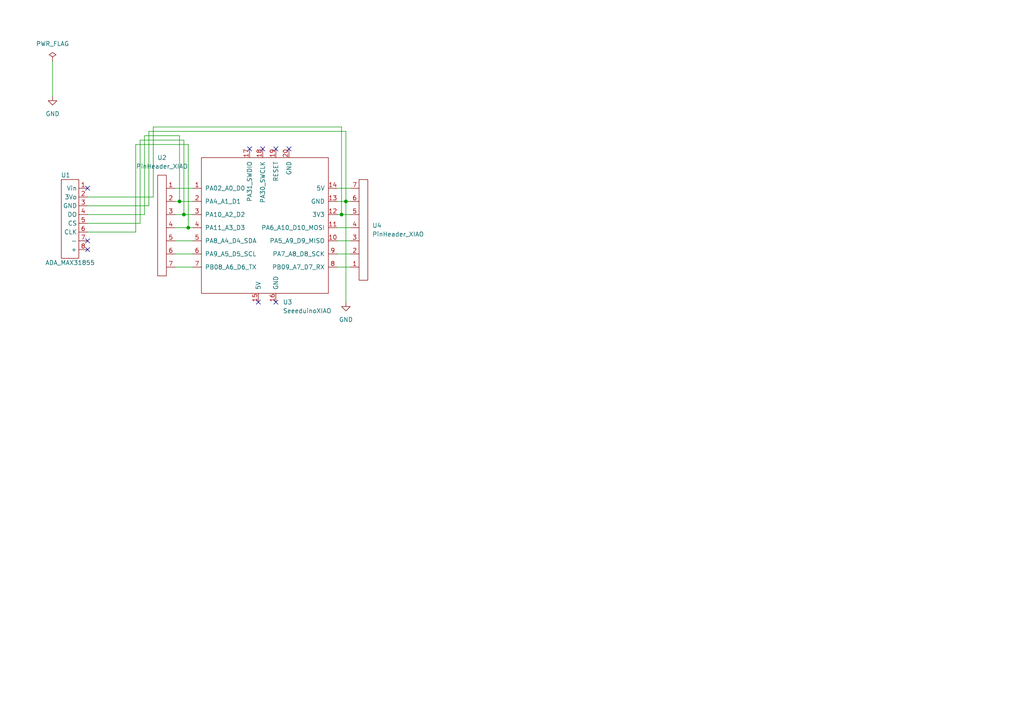
<source format=kicad_sch>
(kicad_sch (version 20211123) (generator eeschema)
  (paper "A4")
  (lib_symbols
    (symbol "KICAD_MYLIB:ADA_MAX31855"
      (property "Reference" "U" (at 1.27 24.13 0))
      (property "Value" "ADA_MAX31855" (at 2.54 -1.27 0))
      (symbol "ADA_MAX31855_0_1"
        (rectangle (start 0 22.86) (end 5.08 0))
      )
      (symbol "ADA_MAX31855_1_1"
        (pin power_in line (at 7.62 20.32 180) (length 2.54) (name "Vin") (number "1"))
        (pin power_in line (at 7.62 17.78 180) (length 2.54) (name "3Vo") (number "2"))
        (pin power_in line (at 7.62 15.24 180) (length 2.54) (name "GND") (number "3"))
        (pin input line (at 7.62 12.7 180) (length 2.54) (name "DO") (number "4"))
        (pin input line (at 7.62 10.16 180) (length 2.54) (name "CS") (number "5"))
        (pin input line (at 7.62 7.62 180) (length 2.54) (name "CLK") (number "6"))
        (pin input line (at 7.62 5.08 180) (length 2.54) (name "-") (number "7"))
        (pin input line (at 7.62 2.54 180) (length 2.54) (name "+") (number "8"))
      )
    )
    (symbol "KICAD_MYLIB:PinHeader_XIAO" (pin_names (offset 1.016))
      (property "Reference" "U" (at 1.27 31.75 0))
      (property "Value" "PinHeader_XIAO" (at 1.27 30.48 0))
      (symbol "PinHeader_XIAO_0_1"
        (rectangle (start 0 29.21) (end 2.54 0))
      )
      (symbol "PinHeader_XIAO_1_1"
        (pin input line (at -2.54 3.81 0) (length 2.54) (name "~") (number "1"))
        (pin input line (at -2.54 7.62 0) (length 2.54) (name "~") (number "2"))
        (pin input line (at -2.54 11.43 0) (length 2.54) (name "~") (number "3"))
        (pin input line (at -2.54 15.24 0) (length 2.54) (name "~") (number "4"))
        (pin input line (at -2.54 19.05 0) (length 2.54) (name "~") (number "5"))
        (pin input line (at -2.54 22.86 0) (length 2.54) (name "~") (number "6"))
        (pin input line (at -2.54 26.67 0) (length 2.54) (name "~") (number "7"))
      )
    )
    (symbol "XIAO:SeeeduinoXIAO" (pin_names (offset 1.016))
      (property "Reference" "U" (at -19.05 22.86 0))
      (property "Value" "SeeeduinoXIAO" (at -12.7 21.59 0))
      (symbol "SeeeduinoXIAO_0_1"
        (rectangle (start -19.05 20.32) (end 17.78 -19.05))
      )
      (symbol "SeeeduinoXIAO_1_1"
        (pin bidirectional line (at -21.59 11.43 0) (length 2.54) (name "PA02_A0_D0") (number "1"))
        (pin bidirectional line (at 20.32 -3.81 180) (length 2.54) (name "PA5_A9_D9_MISO") (number "10"))
        (pin bidirectional line (at 20.32 0 180) (length 2.54) (name "PA6_A10_D10_MOSI") (number "11"))
        (pin power_out line (at 20.32 3.81 180) (length 2.54) (name "3V3") (number "12"))
        (pin power_in line (at 20.32 7.62 180) (length 2.54) (name "GND") (number "13"))
        (pin power_out line (at 20.32 11.43 180) (length 2.54) (name "5V") (number "14"))
        (pin output line (at -2.54 -21.59 90) (length 2.54) (name "5V") (number "15"))
        (pin power_in line (at 2.54 -21.59 90) (length 2.54) (name "GND") (number "16"))
        (pin bidirectional line (at -5.08 22.86 270) (length 2.54) (name "PA31_SWDIO") (number "17"))
        (pin bidirectional line (at -1.27 22.86 270) (length 2.54) (name "PA30_SWCLK") (number "18"))
        (pin bidirectional line (at 2.54 22.86 270) (length 2.54) (name "RESET") (number "19"))
        (pin bidirectional line (at -21.59 7.62 0) (length 2.54) (name "PA4_A1_D1") (number "2"))
        (pin power_in line (at 6.35 22.86 270) (length 2.54) (name "GND") (number "20"))
        (pin bidirectional line (at -21.59 3.81 0) (length 2.54) (name "PA10_A2_D2") (number "3"))
        (pin bidirectional line (at -21.59 0 0) (length 2.54) (name "PA11_A3_D3") (number "4"))
        (pin bidirectional line (at -21.59 -3.81 0) (length 2.54) (name "PA8_A4_D4_SDA") (number "5"))
        (pin bidirectional line (at -21.59 -7.62 0) (length 2.54) (name "PA9_A5_D5_SCL") (number "6"))
        (pin bidirectional line (at -21.59 -11.43 0) (length 2.54) (name "PB08_A6_D6_TX") (number "7"))
        (pin bidirectional line (at 20.32 -11.43 180) (length 2.54) (name "PB09_A7_D7_RX") (number "8"))
        (pin bidirectional line (at 20.32 -7.62 180) (length 2.54) (name "PA7_A8_D8_SCK") (number "9"))
      )
    )
    (symbol "power:GND" (power) (pin_names (offset 0))
      (property "Value" "GND" (at 0 -3.81 0))
      (symbol "GND_0_1"
        (polyline (pts (xy 0 0) (xy 0 -1.27) (xy 1.27 -1.27) (xy 0 -2.54) (xy -1.27 -1.27) (xy 0 -1.27)))
      )
      (symbol "GND_1_1"
        (pin power_in line (at 0 0 270) (length 0) hide (name "GND") (number "1"))
      )
    )
    (symbol "power:PWR_FLAG" (power) (pin_numbers hide) (pin_names (offset 0) hide)
      (property "Value" "PWR_FLAG" (at 0 3.81 0))
      (symbol "PWR_FLAG_0_0"
        (pin power_out line (at 0 0 90) (length 0) (name "pwr") (number "1"))
      )
      (symbol "PWR_FLAG_0_1"
        (polyline (pts (xy 0 0) (xy 0 1.27) (xy -1.016 1.905) (xy 0 2.54) (xy 1.016 1.905) (xy 0 1.27)))
      )
    )
  )
  (junction (at 52.07 58.42))
  (junction (at 54.61 66.04))
  (junction (at 53.34 62.23))
  (junction (at 100.33 58.42))
  (junction (at 99.06 62.23))
  (no_connect (at 74.93 87.63))
  (no_connect (at 80.01 87.63))
  (no_connect (at 83.82 43.18))
  (no_connect (at 76.2 43.18))
  (no_connect (at 80.01 43.18))
  (no_connect (at 72.39 43.18))
  (no_connect (at 25.4 54.61))
  (no_connect (at 25.4 69.85))
  (no_connect (at 25.4 72.39))
  (wire (pts (xy 44.45 36.83) (xy 44.45 57.15)))
  (wire (pts (xy 100.33 58.42) (xy 101.6 58.42)))
  (wire (pts (xy 53.34 62.23) (xy 55.88 62.23)))
  (wire (pts (xy 43.18 59.69) (xy 43.18 38.1)))
  (wire (pts (xy 50.8 62.23) (xy 53.34 62.23)))
  (wire (pts (xy 54.61 41.91) (xy 54.61 66.04)))
  (wire (pts (xy 25.4 59.69) (xy 43.18 59.69)))
  (wire (pts (xy 52.07 39.37) (xy 52.07 58.42)))
  (wire (pts (xy 50.8 77.47) (xy 55.88 77.47)))
  (wire (pts (xy 41.91 62.23) (xy 41.91 39.37)))
  (wire (pts (xy 50.8 54.61) (xy 55.88 54.61)))
  (wire (pts (xy 97.79 77.47) (xy 101.6 77.47)))
  (wire (pts (xy 97.79 69.85) (xy 101.6 69.85)))
  (wire (pts (xy 97.79 66.04) (xy 101.6 66.04)))
  (wire (pts (xy 40.64 64.77) (xy 40.64 40.64)))
  (wire (pts (xy 97.79 54.61) (xy 101.6 54.61)))
  (wire (pts (xy 99.06 36.83) (xy 44.45 36.83)))
  (wire (pts (xy 50.8 69.85) (xy 55.88 69.85)))
  (wire (pts (xy 53.34 40.64) (xy 53.34 62.23)))
  (wire (pts (xy 43.18 38.1) (xy 100.33 38.1)))
  (wire (pts (xy 25.4 62.23) (xy 41.91 62.23)))
  (wire (pts (xy 99.06 36.83) (xy 99.06 62.23)))
  (wire (pts (xy 15.24 17.78) (xy 15.24 27.94)))
  (wire (pts (xy 54.61 66.04) (xy 55.88 66.04)))
  (wire (pts (xy 99.06 62.23) (xy 101.6 62.23)))
  (wire (pts (xy 100.33 38.1) (xy 100.33 58.42)))
  (wire (pts (xy 50.8 66.04) (xy 54.61 66.04)))
  (wire (pts (xy 52.07 58.42) (xy 55.88 58.42)))
  (wire (pts (xy 100.33 58.42) (xy 97.79 58.42)))
  (wire (pts (xy 39.37 67.31) (xy 39.37 41.91)))
  (wire (pts (xy 41.91 39.37) (xy 52.07 39.37)))
  (wire (pts (xy 97.79 73.66) (xy 101.6 73.66)))
  (wire (pts (xy 25.4 67.31) (xy 39.37 67.31)))
  (wire (pts (xy 44.45 57.15) (xy 25.4 57.15)))
  (wire (pts (xy 97.79 62.23) (xy 99.06 62.23)))
  (wire (pts (xy 25.4 64.77) (xy 40.64 64.77)))
  (wire (pts (xy 50.8 73.66) (xy 55.88 73.66)))
  (wire (pts (xy 50.8 58.42) (xy 52.07 58.42)))
  (wire (pts (xy 39.37 41.91) (xy 54.61 41.91)))
  (wire (pts (xy 100.33 58.42) (xy 100.33 87.63)))
  (wire (pts (xy 40.64 40.64) (xy 53.34 40.64)))
  (symbol (lib_id "KICAD_MYLIB:ADA_MAX31855") (at 17.78 74.93 0) (unit 1)
    (property "Reference" "U1" (at 19.05 50.8 0))
    (property "Value" "ADA_MAX31855" (at 20.32 76.2 0))
    (property "Footprint" "KICAD_MYLIB:ADA_MAX31855" (effects hide))
  )
  (symbol (lib_id "power:GND") (at 100.33 87.63 0) (unit 1)
    (property "Reference" "#PWR0103" (effects hide))
    (property "Value" "GND" (at 100.33 92.71 0))
  )
  (symbol (lib_id "XIAO:SeeeduinoXIAO") (at 77.47 66.04 0) (unit 1)
    (property "Reference" "U3" (at 82.0294 87.63 0) (effects (justify left)))
    (property "Value" "SeeeduinoXIAO" (at 82.0294 90.17 0) (effects (justify left)))
    (property "Footprint" "KICAD_MYLIB:SeeedXIAO" (effects hide))
  )
  (symbol (lib_id "power:PWR_FLAG") (at 15.24 17.78 0) (unit 1)
    (property "Reference" "#FLG0101" (effects hide))
    (property "Value" "PWR_FLAG" (at 15.24 12.7 0))
  )
  (symbol (lib_id "KICAD_MYLIB:PinHeader_XIAO") (at 104.14 81.28 0) (unit 1)
    (property "Reference" "U4" (at 107.95 65.4049 0) (effects (justify left)))
    (property "Value" "PinHeader_XIAO" (at 107.95 67.9449 0) (effects (justify left)))
    (property "Footprint" "KICAD_MYLIB:PinHeader_XIAO" (effects hide))
  )
  (symbol (lib_id "KICAD_MYLIB:PinHeader_XIAO") (at 48.26 50.8 180) (unit 1)
    (property "Reference" "U2" (at 46.99 45.72 0))
    (property "Value" "PinHeader_XIAO" (at 46.99 48.26 0))
    (property "Footprint" "KICAD_MYLIB:PinHeader_XIAO" (effects hide))
  )
  (symbol (lib_id "power:GND") (at 15.24 27.94 0) (unit 1)
    (property "Reference" "#PWR0102" (effects hide))
    (property "Value" "GND" (at 15.24 33.02 0))
  )
)
</source>
